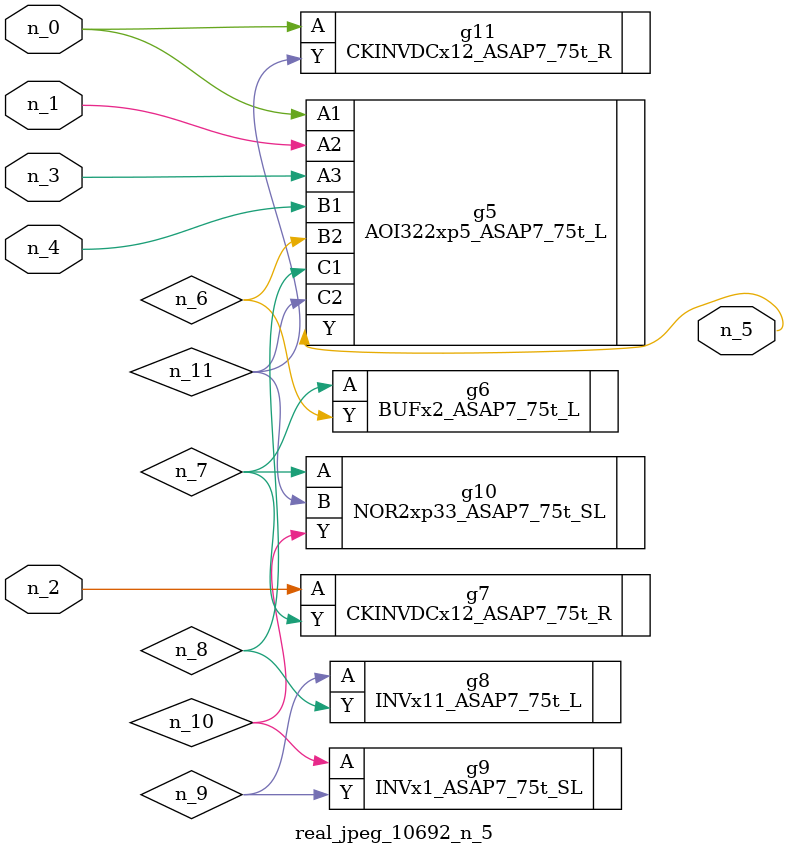
<source format=v>
module real_jpeg_10692_n_5 (n_4, n_0, n_1, n_2, n_3, n_5);

input n_4;
input n_0;
input n_1;
input n_2;
input n_3;

output n_5;

wire n_8;
wire n_11;
wire n_6;
wire n_7;
wire n_10;
wire n_9;

AOI322xp5_ASAP7_75t_L g5 ( 
.A1(n_0),
.A2(n_1),
.A3(n_3),
.B1(n_4),
.B2(n_6),
.C1(n_8),
.C2(n_11),
.Y(n_5)
);

CKINVDCx12_ASAP7_75t_R g11 ( 
.A(n_0),
.Y(n_11)
);

CKINVDCx12_ASAP7_75t_R g7 ( 
.A(n_2),
.Y(n_7)
);

BUFx2_ASAP7_75t_L g6 ( 
.A(n_7),
.Y(n_6)
);

NOR2xp33_ASAP7_75t_SL g10 ( 
.A(n_7),
.B(n_11),
.Y(n_10)
);

INVx11_ASAP7_75t_L g8 ( 
.A(n_9),
.Y(n_8)
);

INVx1_ASAP7_75t_SL g9 ( 
.A(n_10),
.Y(n_9)
);


endmodule
</source>
